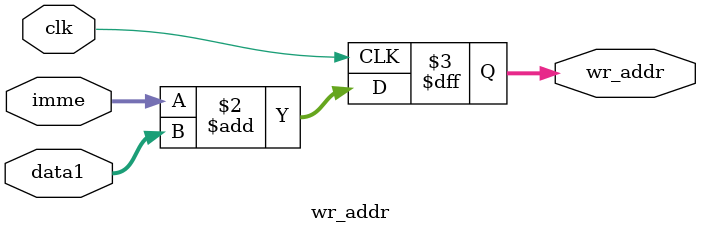
<source format=sv>
`timescale 1ns / 1ps

//µØÖ·¼ÆËã
module wr_addr (
    input clk,
    input [31:0] imme,
    input [31:0] data1,
    output reg [31:0] wr_addr
);
  always @(negedge clk) begin
    wr_addr <= imme + data1;
  end
endmodule

</source>
